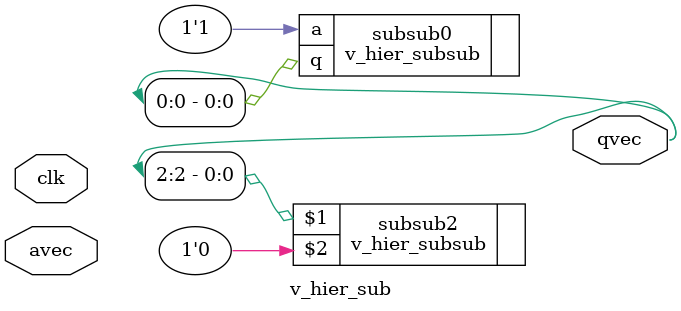
<source format=v>

module v_hier_sub (/*AUTOARG*/
   // Outputs
   qvec, 
   // Inputs
   clk, avec
   );
   input clk;
   input [3:0] avec;
   output [3:0] qvec;

   v_hier_subsub subsub0 (/*AUTOINST*/
			  // Outputs
			  .q		(qvec[0]),		 // Templated
			  // Inputs
			  .a		(1'b1));		 // Templated

   // By pin position
   v_hier_subsub subsub2 (qvec[2], 1'b0);

endmodule

</source>
